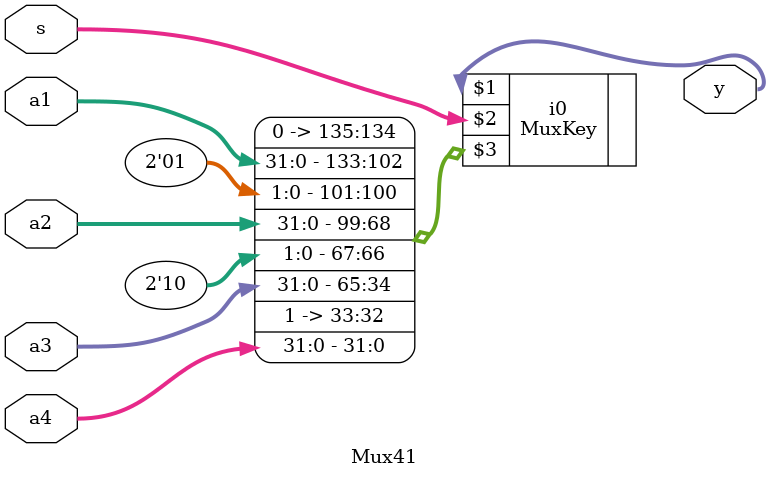
<source format=v>
module Mux41(
  input [31:0] a1,
  input [31:0] a2,
  input [31:0] a3,
  input [31:0] a4,
  input [1:0] s,
  output [31:0] y
);
  MuxKey #(4, 2, 32) i0 (y, s, {
    2'b00, a1,
    2'b01, a2,
    2'b10, a3,
    2'b11, a4
  });
endmodule

</source>
